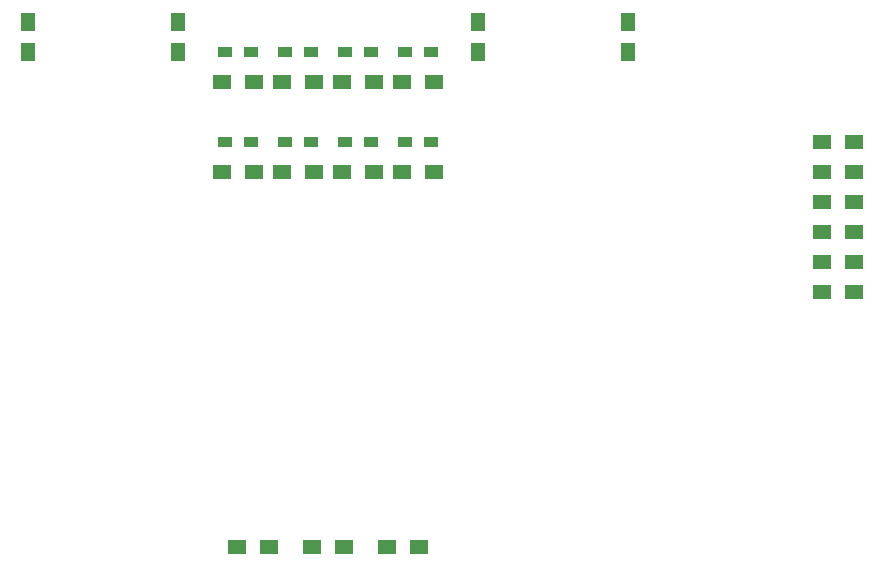
<source format=gbr>
G04 #@! TF.FileFunction,Paste,Top*
%FSLAX46Y46*%
G04 Gerber Fmt 4.6, Leading zero omitted, Abs format (unit mm)*
G04 Created by KiCad (PCBNEW 4.0.6) date 12/04/17 20:41:38*
%MOMM*%
%LPD*%
G01*
G04 APERTURE LIST*
%ADD10C,0.050000*%
%ADD11R,1.250000X1.500000*%
%ADD12R,1.200000X0.900000*%
%ADD13R,1.500000X1.300000*%
G04 APERTURE END LIST*
D10*
D11*
X93810000Y-52560000D03*
X93810000Y-55060000D03*
X106510000Y-52560000D03*
X106510000Y-55060000D03*
X131910000Y-52560000D03*
X131910000Y-55060000D03*
X144610000Y-52560000D03*
X144610000Y-55060000D03*
D12*
X110490000Y-62700000D03*
X112690000Y-62700000D03*
X110490000Y-55080000D03*
X112690000Y-55080000D03*
X115570000Y-62700000D03*
X117770000Y-62700000D03*
X115570000Y-55080000D03*
X117770000Y-55080000D03*
X125730000Y-55080000D03*
X127930000Y-55080000D03*
X125730000Y-62700000D03*
X127930000Y-62700000D03*
X120650000Y-55080000D03*
X122850000Y-55080000D03*
X120650000Y-62700000D03*
X122850000Y-62700000D03*
D13*
X110240000Y-65240000D03*
X112940000Y-65240000D03*
X110240000Y-57620000D03*
X112940000Y-57620000D03*
X115320000Y-65240000D03*
X118020000Y-65240000D03*
X115320000Y-57620000D03*
X118020000Y-57620000D03*
X117860000Y-96990000D03*
X120560000Y-96990000D03*
X161040000Y-62700000D03*
X163740000Y-62700000D03*
X161040000Y-65240000D03*
X163740000Y-65240000D03*
X161040000Y-67780000D03*
X163740000Y-67780000D03*
X161040000Y-70320000D03*
X163740000Y-70320000D03*
X126910000Y-96990000D03*
X124210000Y-96990000D03*
X125480000Y-57620000D03*
X128180000Y-57620000D03*
X125480000Y-65240000D03*
X128180000Y-65240000D03*
X120400000Y-57620000D03*
X123100000Y-57620000D03*
X120400000Y-65240000D03*
X123100000Y-65240000D03*
X161040000Y-72860000D03*
X163740000Y-72860000D03*
X161040000Y-75400000D03*
X163740000Y-75400000D03*
X111510000Y-96990000D03*
X114210000Y-96990000D03*
M02*

</source>
